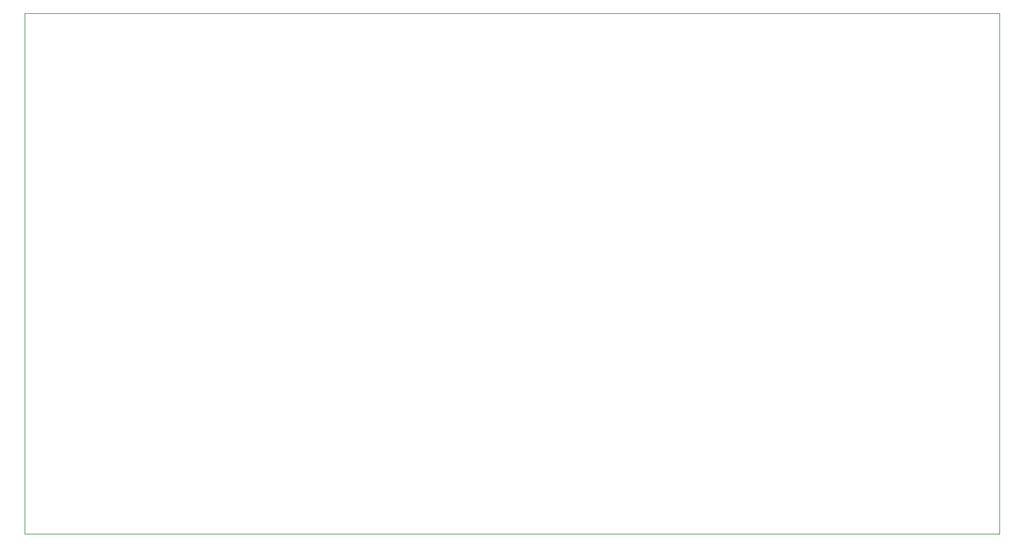
<source format=gm1>
G04 #@! TF.GenerationSoftware,KiCad,Pcbnew,(5.1.9-0-10_14)*
G04 #@! TF.CreationDate,2021-04-13T16:59:34-04:00*
G04 #@! TF.ProjectId,Cryologger GVMS,4372796f-6c6f-4676-9765-722047564d53,v2.0*
G04 #@! TF.SameCoordinates,Original*
G04 #@! TF.FileFunction,Profile,NP*
%FSLAX46Y46*%
G04 Gerber Fmt 4.6, Leading zero omitted, Abs format (unit mm)*
G04 Created by KiCad (PCBNEW (5.1.9-0-10_14)) date 2021-04-13 16:59:34*
%MOMM*%
%LPD*%
G01*
G04 APERTURE LIST*
G04 #@! TA.AperFunction,Profile*
%ADD10C,0.050000*%
G04 #@! TD*
G04 APERTURE END LIST*
D10*
X199390000Y-130810000D02*
X199390000Y-60960000D01*
X68580000Y-130810000D02*
X199390000Y-130810000D01*
X68580000Y-60960000D02*
X199390000Y-60960000D01*
X68580000Y-130810000D02*
X68580000Y-60960000D01*
M02*

</source>
